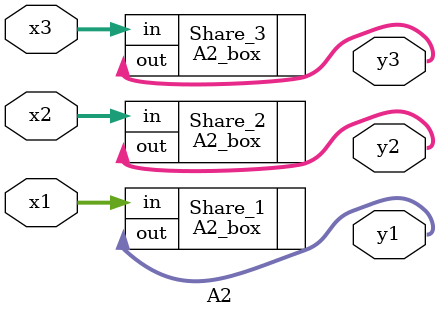
<source format=v>

module A2(
	input wire [3:0] x1,
	input wire [3:0] x2,
	input wire [3:0] x3,
	output wire [3:0] y1,
	output wire [3:0] y2,
	output wire [3:0] y3
);

	A2_box Share_1 (.in(x1),.out(y1));	
	A2_box Share_2 (.in(x2),.out(y2));	
	A2_box Share_3 (.in(x3),.out(y3));

endmodule

</source>
